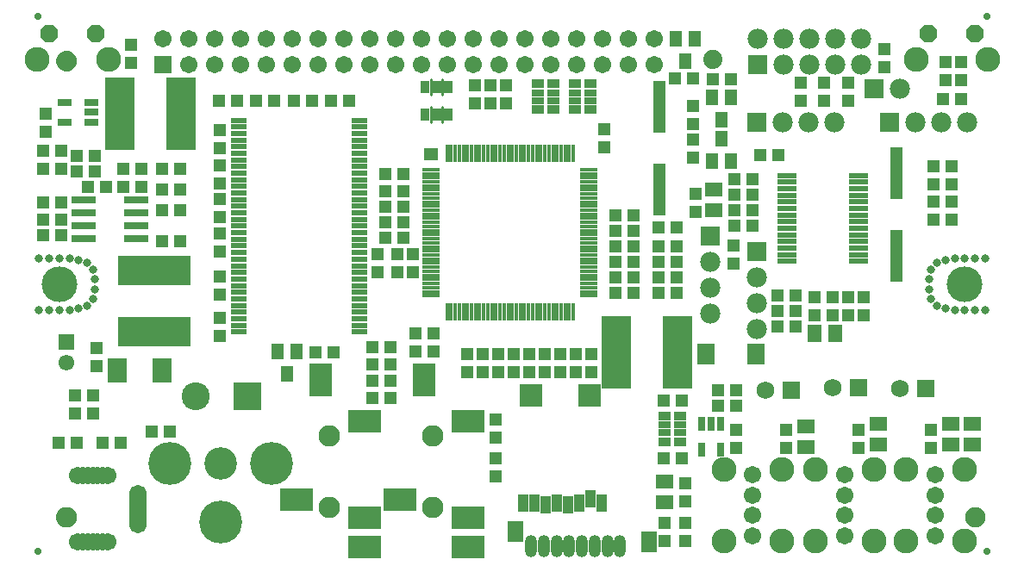
<source format=gbr>
G75*
G70*
%OFA0B0*%
%FSLAX24Y24*%
%IPPOS*%
%LPD*%
%AMOC8*
5,1,8,0,0,1.08239X$1,22.5*
%
%ADD10R,0.0159X0.0671*%
%ADD11R,0.0671X0.0159*%
%ADD12C,0.0671*%
%ADD13C,0.0740*%
%ADD14R,0.0480X0.0480*%
%ADD15R,0.0474X0.2049*%
%ADD16R,0.0474X0.0631*%
%ADD17R,0.0395X0.0671*%
%ADD18R,0.0867X0.0867*%
%ADD19R,0.0631X0.0828*%
%ADD20R,0.0680X0.0580*%
%ADD21R,0.0780X0.0780*%
%ADD22C,0.0780*%
%ADD23C,0.0474*%
%ADD24C,0.0500*%
%ADD25R,0.0611X0.0611*%
%ADD26C,0.0611*%
%ADD27R,0.0631X0.0237*%
%ADD28R,0.0380X0.0480*%
%ADD29C,0.0100*%
%ADD30C,0.1661*%
%ADD31C,0.1261*%
%ADD32R,0.0480X0.0380*%
%ADD33R,0.0480X0.0280*%
%ADD34R,0.0671X0.0671*%
%ADD35R,0.0946X0.0316*%
%ADD36R,0.0552X0.0297*%
%ADD37R,0.2836X0.1182*%
%ADD38R,0.1182X0.2836*%
%ADD39C,0.1080*%
%ADD40R,0.1080X0.1080*%
%ADD41R,0.0651X0.0789*%
%ADD42R,0.1261X0.0867*%
%ADD43R,0.0867X0.1261*%
%ADD44C,0.0828*%
%ADD45OC8,0.0680*%
%ADD46C,0.0965*%
%ADD47O,0.0470X0.0860*%
%ADD48C,0.1379*%
%ADD49C,0.0316*%
%ADD50C,0.0277*%
%ADD51R,0.0580X0.0480*%
%ADD52R,0.0680X0.0680*%
%ADD53C,0.0680*%
%ADD54R,0.0297X0.0552*%
%ADD55R,0.0769X0.0218*%
%ADD56R,0.0580X0.0680*%
%ADD57C,0.0966*%
%ADD58R,0.0780X0.0980*%
D10*
X018847Y013849D03*
X019004Y013849D03*
X019162Y013849D03*
X019319Y013849D03*
X019477Y013849D03*
X019634Y013849D03*
X019791Y013849D03*
X019949Y013849D03*
X020106Y013849D03*
X020264Y013849D03*
X020421Y013849D03*
X020579Y013849D03*
X020736Y013849D03*
X020894Y013849D03*
X021051Y013849D03*
X021209Y013849D03*
X021366Y013849D03*
X021524Y013849D03*
X021681Y013849D03*
X021839Y013849D03*
X021996Y013849D03*
X022154Y013849D03*
X022311Y013849D03*
X022469Y013849D03*
X022626Y013849D03*
X022784Y013849D03*
X022941Y013849D03*
X023099Y013849D03*
X023256Y013849D03*
X023414Y013849D03*
X023571Y013849D03*
X023729Y013849D03*
X023729Y019952D03*
X023571Y019952D03*
X023414Y019952D03*
X023256Y019952D03*
X023099Y019952D03*
X022941Y019952D03*
X022784Y019952D03*
X022626Y019952D03*
X022469Y019952D03*
X022311Y019952D03*
X022154Y019952D03*
X021996Y019952D03*
X021839Y019952D03*
X021681Y019952D03*
X021524Y019952D03*
X021366Y019952D03*
X021209Y019952D03*
X021051Y019952D03*
X020894Y019952D03*
X020736Y019952D03*
X020579Y019952D03*
X020421Y019952D03*
X020264Y019952D03*
X020106Y019952D03*
X019949Y019952D03*
X019791Y019952D03*
X019634Y019952D03*
X019477Y019952D03*
X019319Y019952D03*
X019162Y019952D03*
X019004Y019952D03*
X018847Y019952D03*
D11*
X018236Y019341D03*
X018236Y019184D03*
X018236Y019026D03*
X018236Y018869D03*
X018236Y018711D03*
X018236Y018554D03*
X018236Y018397D03*
X018236Y018239D03*
X018236Y018082D03*
X018236Y017924D03*
X018236Y017767D03*
X018236Y017609D03*
X018236Y017452D03*
X018236Y017294D03*
X018236Y017137D03*
X018236Y016979D03*
X018236Y016822D03*
X018236Y016664D03*
X018236Y016507D03*
X018236Y016349D03*
X018236Y016192D03*
X018236Y016034D03*
X018236Y015877D03*
X018236Y015719D03*
X018236Y015562D03*
X018236Y015404D03*
X018236Y015247D03*
X018236Y015089D03*
X018236Y014932D03*
X018236Y014774D03*
X018236Y014617D03*
X018236Y014460D03*
X024339Y014460D03*
X024339Y014617D03*
X024339Y014774D03*
X024339Y014932D03*
X024339Y015089D03*
X024339Y015247D03*
X024339Y015404D03*
X024339Y015562D03*
X024339Y015719D03*
X024339Y015877D03*
X024339Y016034D03*
X024339Y016192D03*
X024339Y016349D03*
X024339Y016507D03*
X024339Y016664D03*
X024339Y016822D03*
X024339Y016979D03*
X024339Y017137D03*
X024339Y017294D03*
X024339Y017452D03*
X024339Y017609D03*
X024339Y017767D03*
X024339Y017924D03*
X024339Y018082D03*
X024339Y018239D03*
X024339Y018397D03*
X024339Y018554D03*
X024339Y018711D03*
X024339Y018869D03*
X024339Y019026D03*
X024339Y019184D03*
X024339Y019341D03*
D12*
X023862Y023402D03*
X024862Y023402D03*
X025862Y023402D03*
X026862Y023402D03*
X026862Y024402D03*
X025862Y024402D03*
X024862Y024402D03*
X023862Y024402D03*
X022862Y024402D03*
X021862Y024402D03*
X020862Y024402D03*
X020862Y023402D03*
X021862Y023402D03*
X022862Y023402D03*
X019862Y023402D03*
X018862Y023402D03*
X017862Y023402D03*
X016862Y023402D03*
X015862Y023402D03*
X014862Y023402D03*
X013862Y023402D03*
X012862Y023402D03*
X011862Y023402D03*
X010862Y023402D03*
X009862Y023402D03*
X008862Y023402D03*
X008862Y024402D03*
X007862Y024402D03*
X009862Y024402D03*
X010862Y024402D03*
X011862Y024402D03*
X012862Y024402D03*
X013862Y024402D03*
X014862Y024402D03*
X015862Y024402D03*
X016862Y024402D03*
X017862Y024402D03*
X018862Y024402D03*
X019862Y024402D03*
X030671Y007534D03*
X030671Y006747D03*
X030671Y005960D03*
X030671Y005172D03*
X034221Y005172D03*
X034221Y005960D03*
X034221Y006747D03*
X034221Y007534D03*
X037721Y007534D03*
X037721Y006747D03*
X037721Y005960D03*
X037721Y005172D03*
X006894Y005613D03*
X006894Y005810D03*
X006894Y006006D03*
X006894Y006203D03*
X006894Y006400D03*
X006894Y006597D03*
X006894Y006794D03*
X005733Y007502D03*
X005536Y007502D03*
X005339Y007502D03*
X005142Y007502D03*
X004945Y007502D03*
X004749Y007502D03*
X004552Y007502D03*
X004552Y004943D03*
X004749Y004943D03*
X004945Y004943D03*
X005142Y004943D03*
X005339Y004943D03*
X005536Y004943D03*
X005733Y004943D03*
D13*
X029112Y023602D03*
D14*
X029112Y022842D03*
X029812Y022842D03*
X028362Y022852D03*
X027662Y022852D03*
X028362Y021802D03*
X028362Y021102D03*
X028362Y020502D03*
X028362Y019802D03*
X028462Y018402D03*
X028462Y017702D03*
X027712Y017102D03*
X027012Y017102D03*
X027012Y016352D03*
X027012Y015752D03*
X027012Y015152D03*
X027012Y014552D03*
X027712Y014552D03*
X027712Y015152D03*
X027712Y015752D03*
X027712Y016352D03*
X026062Y016352D03*
X026062Y015752D03*
X026062Y015152D03*
X026062Y014552D03*
X025362Y014552D03*
X025362Y015152D03*
X025362Y015752D03*
X025362Y016352D03*
X025362Y016952D03*
X025362Y017552D03*
X026062Y017552D03*
X026062Y016952D03*
X029912Y016402D03*
X029912Y015702D03*
X029962Y017152D03*
X029962Y017752D03*
X029962Y018352D03*
X029962Y018952D03*
X030662Y018952D03*
X030662Y018352D03*
X030662Y017752D03*
X030662Y017152D03*
X030962Y019902D03*
X031662Y019902D03*
X032512Y022002D03*
X032512Y022702D03*
X033412Y022702D03*
X033412Y022002D03*
X034362Y022002D03*
X034362Y022702D03*
X035762Y023302D03*
X035762Y024002D03*
X038112Y023502D03*
X038712Y023502D03*
X038712Y022802D03*
X038112Y022802D03*
X038012Y022052D03*
X038712Y022052D03*
X038362Y019452D03*
X038362Y018752D03*
X038362Y018102D03*
X037662Y018102D03*
X037662Y018752D03*
X037662Y019452D03*
X037662Y017402D03*
X038362Y017402D03*
X034962Y014402D03*
X034362Y014402D03*
X033762Y014402D03*
X033762Y013702D03*
X034362Y013702D03*
X034962Y013702D03*
X033062Y013702D03*
X032312Y013852D03*
X032312Y013252D03*
X031612Y013252D03*
X031612Y013852D03*
X031612Y014452D03*
X032312Y014452D03*
X033062Y014402D03*
X030012Y010802D03*
X029312Y010802D03*
X029312Y010202D03*
X030012Y010202D03*
X030012Y009252D03*
X030012Y008552D03*
X028062Y007202D03*
X028062Y006502D03*
X028062Y005652D03*
X027262Y005652D03*
X027262Y004952D03*
X028062Y004952D03*
X027912Y008152D03*
X027212Y008152D03*
X027212Y010402D03*
X027912Y010402D03*
X024412Y011502D03*
X023812Y011502D03*
X023212Y011502D03*
X022612Y011502D03*
X022012Y011502D03*
X021412Y011502D03*
X020812Y011502D03*
X020212Y011502D03*
X019612Y011502D03*
X019612Y012202D03*
X020212Y012202D03*
X020812Y012202D03*
X021412Y012202D03*
X022012Y012202D03*
X022612Y012202D03*
X023212Y012202D03*
X023812Y012202D03*
X024412Y012202D03*
X020712Y009652D03*
X020712Y008952D03*
X020712Y008152D03*
X020712Y007452D03*
X016642Y010502D03*
X016642Y011152D03*
X016642Y011802D03*
X015942Y011802D03*
X015942Y011152D03*
X015942Y010502D03*
X014462Y012252D03*
X013762Y012252D03*
X015942Y012452D03*
X016642Y012452D03*
X017612Y012302D03*
X018312Y012302D03*
X018312Y013002D03*
X017612Y013002D03*
X017512Y015352D03*
X016912Y015352D03*
X016162Y015352D03*
X016162Y016052D03*
X016912Y016052D03*
X017512Y016052D03*
X017162Y016702D03*
X017162Y017302D03*
X017162Y017902D03*
X017162Y018502D03*
X017162Y019152D03*
X016462Y019152D03*
X016462Y018502D03*
X016462Y017902D03*
X016462Y017302D03*
X016462Y016702D03*
X010062Y016852D03*
X010062Y016152D03*
X010062Y015202D03*
X010062Y014502D03*
X010062Y013592D03*
X010062Y012892D03*
X005302Y012432D03*
X005302Y011732D03*
X005162Y010602D03*
X005162Y009902D03*
X004462Y009902D03*
X004462Y010602D03*
X004512Y008752D03*
X003812Y008752D03*
X005512Y008752D03*
X006212Y008752D03*
X007412Y009202D03*
X008112Y009202D03*
X007812Y016552D03*
X008512Y016552D03*
X010062Y017502D03*
X010062Y018202D03*
X010062Y018802D03*
X010062Y019502D03*
X010062Y020152D03*
X010062Y020852D03*
X010012Y022002D03*
X010712Y022002D03*
X011462Y022002D03*
X012162Y022002D03*
X012912Y022002D03*
X013612Y022002D03*
X014362Y022002D03*
X015062Y022002D03*
X019912Y021902D03*
X020512Y021902D03*
X021112Y021902D03*
X021112Y022602D03*
X020512Y022602D03*
X019912Y022602D03*
X024922Y020892D03*
X024922Y020192D03*
X031962Y009252D03*
X031962Y008552D03*
X034762Y008552D03*
X034762Y009252D03*
X037562Y009252D03*
X037562Y008552D03*
X008512Y017752D03*
X007812Y017752D03*
X007812Y018552D03*
X008512Y018552D03*
X008512Y019352D03*
X007812Y019352D03*
X007012Y019352D03*
X007012Y018652D03*
X006312Y018652D03*
X005662Y018652D03*
X004962Y018652D03*
X005212Y019252D03*
X005212Y019852D03*
X004512Y019852D03*
X003912Y020052D03*
X003912Y019352D03*
X004512Y019252D03*
X003212Y019352D03*
X003212Y020052D03*
X003312Y020802D03*
X003312Y021502D03*
X006312Y019352D03*
X003912Y018052D03*
X003212Y018052D03*
X003212Y017402D03*
X003212Y016802D03*
X003912Y016802D03*
X003912Y017402D03*
X006612Y023452D03*
X006612Y024152D03*
D15*
X027062Y021752D03*
X027062Y018552D03*
X036212Y019202D03*
X036212Y016002D03*
D16*
X029836Y019679D03*
X029088Y019679D03*
X029462Y020546D03*
X029462Y021269D03*
X029088Y022136D03*
X029836Y022136D03*
X028062Y023519D03*
X027688Y024386D03*
X028436Y024386D03*
X013036Y012286D03*
X012288Y012286D03*
X012662Y011419D03*
D17*
X021791Y006440D03*
X022224Y006440D03*
X022657Y006361D03*
X023090Y006440D03*
X023523Y006361D03*
X023956Y006440D03*
X024389Y006597D03*
X024822Y006440D03*
D18*
X024350Y010613D03*
X022106Y010613D03*
D19*
X021476Y005318D03*
X026653Y004924D03*
D20*
X027262Y006452D03*
X027262Y007252D03*
X032712Y008602D03*
X032712Y009402D03*
X035512Y009502D03*
X035512Y008702D03*
X038312Y008702D03*
X039162Y008702D03*
X039162Y009502D03*
X038312Y009502D03*
X029162Y017752D03*
X029162Y018552D03*
D21*
X029012Y016752D03*
X030812Y016152D03*
X030812Y021152D03*
X030862Y023402D03*
X035362Y022452D03*
X035962Y021152D03*
D22*
X036962Y021152D03*
X037962Y021152D03*
X038962Y021152D03*
X036362Y022452D03*
X034862Y023402D03*
X033862Y023402D03*
X032862Y023402D03*
X031862Y023402D03*
X031862Y024402D03*
X032862Y024402D03*
X033862Y024402D03*
X034862Y024402D03*
X030862Y024402D03*
X031812Y021152D03*
X032812Y021152D03*
X033812Y021152D03*
X029012Y015752D03*
X029012Y014752D03*
X029012Y013752D03*
X030812Y014152D03*
X030812Y013152D03*
X030812Y015152D03*
D23*
X039262Y005902D03*
X004112Y005902D03*
X004112Y023552D03*
D24*
X003970Y023552D02*
X003972Y023576D01*
X003978Y023599D01*
X003988Y023621D01*
X004002Y023641D01*
X004018Y023659D01*
X004038Y023673D01*
X004059Y023684D01*
X004082Y023691D01*
X004106Y023694D01*
X004130Y023693D01*
X004154Y023688D01*
X004176Y023679D01*
X004196Y023666D01*
X004215Y023650D01*
X004230Y023632D01*
X004241Y023610D01*
X004249Y023588D01*
X004253Y023564D01*
X004253Y023540D01*
X004249Y023516D01*
X004241Y023494D01*
X004230Y023472D01*
X004215Y023454D01*
X004196Y023438D01*
X004176Y023425D01*
X004154Y023416D01*
X004130Y023411D01*
X004106Y023410D01*
X004082Y023413D01*
X004059Y023420D01*
X004038Y023431D01*
X004018Y023445D01*
X004002Y023463D01*
X003988Y023483D01*
X003978Y023505D01*
X003972Y023528D01*
X003970Y023552D01*
X003970Y005902D02*
X003972Y005926D01*
X003978Y005949D01*
X003988Y005971D01*
X004002Y005991D01*
X004018Y006009D01*
X004038Y006023D01*
X004059Y006034D01*
X004082Y006041D01*
X004106Y006044D01*
X004130Y006043D01*
X004154Y006038D01*
X004176Y006029D01*
X004196Y006016D01*
X004215Y006000D01*
X004230Y005982D01*
X004241Y005960D01*
X004249Y005938D01*
X004253Y005914D01*
X004253Y005890D01*
X004249Y005866D01*
X004241Y005844D01*
X004230Y005822D01*
X004215Y005804D01*
X004196Y005788D01*
X004176Y005775D01*
X004154Y005766D01*
X004130Y005761D01*
X004106Y005760D01*
X004082Y005763D01*
X004059Y005770D01*
X004038Y005781D01*
X004018Y005795D01*
X004002Y005813D01*
X003988Y005833D01*
X003978Y005855D01*
X003972Y005878D01*
X003970Y005902D01*
X039120Y005902D02*
X039122Y005926D01*
X039128Y005949D01*
X039138Y005971D01*
X039152Y005991D01*
X039168Y006009D01*
X039188Y006023D01*
X039209Y006034D01*
X039232Y006041D01*
X039256Y006044D01*
X039280Y006043D01*
X039304Y006038D01*
X039326Y006029D01*
X039346Y006016D01*
X039365Y006000D01*
X039380Y005982D01*
X039391Y005960D01*
X039399Y005938D01*
X039403Y005914D01*
X039403Y005890D01*
X039399Y005866D01*
X039391Y005844D01*
X039380Y005822D01*
X039365Y005804D01*
X039346Y005788D01*
X039326Y005775D01*
X039304Y005766D01*
X039280Y005761D01*
X039256Y005760D01*
X039232Y005763D01*
X039209Y005770D01*
X039188Y005781D01*
X039168Y005795D01*
X039152Y005813D01*
X039138Y005833D01*
X039128Y005855D01*
X039122Y005878D01*
X039120Y005902D01*
D25*
X004112Y012666D03*
D26*
X004112Y011879D03*
D27*
X010780Y013058D03*
X010780Y013314D03*
X010780Y013570D03*
X010780Y013826D03*
X010780Y014082D03*
X010780Y014337D03*
X010780Y014593D03*
X010780Y014849D03*
X010780Y015105D03*
X010780Y015361D03*
X010780Y015617D03*
X010780Y015873D03*
X010780Y016129D03*
X010780Y016385D03*
X010780Y016641D03*
X010780Y016897D03*
X010780Y017152D03*
X010780Y017408D03*
X010780Y017664D03*
X010780Y017920D03*
X010780Y018176D03*
X010780Y018432D03*
X010780Y018688D03*
X010780Y018944D03*
X010780Y019200D03*
X010780Y019456D03*
X010780Y019711D03*
X010780Y019967D03*
X010780Y020223D03*
X010780Y020479D03*
X010780Y020735D03*
X010780Y020991D03*
X010780Y021247D03*
X015445Y021247D03*
X015445Y020991D03*
X015445Y020735D03*
X015445Y020479D03*
X015445Y020223D03*
X015445Y019967D03*
X015445Y019711D03*
X015445Y019456D03*
X015445Y019200D03*
X015445Y018944D03*
X015445Y018688D03*
X015445Y018432D03*
X015445Y018176D03*
X015445Y017920D03*
X015445Y017664D03*
X015445Y017408D03*
X015445Y017152D03*
X015445Y016897D03*
X015445Y016641D03*
X015445Y016385D03*
X015445Y016129D03*
X015445Y015873D03*
X015445Y015617D03*
X015445Y015361D03*
X015445Y015105D03*
X015445Y014849D03*
X015445Y014593D03*
X015445Y014337D03*
X015445Y014082D03*
X015445Y013826D03*
X015445Y013570D03*
X015445Y013314D03*
X015445Y013058D03*
D28*
X017992Y021452D03*
X018442Y021452D03*
X018892Y021452D03*
X018892Y022542D03*
X018442Y022542D03*
X017992Y022542D03*
D29*
X018217Y022242D02*
X018217Y022842D01*
X018667Y022842D02*
X018667Y022242D01*
X018667Y021752D02*
X018667Y021152D01*
X018217Y021152D02*
X018217Y021752D01*
D30*
X012065Y007968D03*
X010096Y005704D03*
X008128Y007968D03*
D31*
X010096Y007968D03*
D32*
X027262Y008802D03*
X027862Y008802D03*
X027862Y009802D03*
X027262Y009802D03*
X024392Y021652D03*
X023792Y021652D03*
X022942Y021652D03*
X022342Y021652D03*
X022342Y022652D03*
X022942Y022652D03*
X023792Y022652D03*
X024392Y022652D03*
D33*
X024392Y022302D03*
X024392Y022002D03*
X023792Y022002D03*
X023792Y022302D03*
X022942Y022302D03*
X022942Y022002D03*
X022342Y022002D03*
X022342Y022302D03*
X027262Y009452D03*
X027262Y009152D03*
X027862Y009152D03*
X027862Y009452D03*
D34*
X007862Y023402D03*
D35*
X006836Y018152D03*
X006836Y017652D03*
X006836Y017152D03*
X006836Y016652D03*
X004789Y016652D03*
X004789Y017152D03*
X004789Y017652D03*
X004789Y018152D03*
D36*
X005074Y021178D03*
X005074Y021552D03*
X005074Y021926D03*
X004051Y021926D03*
X004051Y021178D03*
D37*
X007512Y015434D03*
X007512Y013071D03*
D38*
X008563Y021502D03*
X006201Y021502D03*
X025391Y012272D03*
X027753Y012272D03*
D39*
X009112Y010552D03*
D40*
X011112Y010552D03*
D41*
X028850Y012202D03*
X030775Y012202D03*
D42*
X019659Y009611D03*
X015659Y009611D03*
X017021Y006580D03*
X015659Y005871D03*
X015659Y004729D03*
X013021Y006580D03*
X019659Y005871D03*
X019659Y004729D03*
D43*
X017966Y011186D03*
X013966Y011186D03*
D44*
X014281Y009021D03*
X014281Y006265D03*
X018281Y006265D03*
X018281Y009021D03*
D45*
X005252Y024592D03*
X003472Y024592D03*
X037472Y024592D03*
X039252Y024592D03*
D46*
X039742Y023612D03*
X036982Y023612D03*
X005742Y023612D03*
X002982Y023612D03*
D47*
X022090Y004752D03*
X022582Y004752D03*
X023074Y004752D03*
X023566Y004752D03*
X024058Y004752D03*
X024551Y004752D03*
X025043Y004752D03*
X025535Y004752D03*
D48*
X038862Y014902D03*
X003862Y014902D03*
D49*
X003847Y015885D03*
X004240Y015885D03*
X004595Y015845D03*
X004910Y015727D03*
X005146Y015452D03*
X005225Y015097D03*
X005225Y014704D03*
X005146Y014349D03*
X004910Y014074D03*
X004595Y013956D03*
X004240Y013916D03*
X003847Y013916D03*
X003453Y013916D03*
X003059Y013916D03*
X003059Y015885D03*
X003453Y015885D03*
X037488Y015097D03*
X037567Y015452D03*
X037803Y015727D03*
X038118Y015845D03*
X038473Y015885D03*
X038866Y015885D03*
X039260Y015885D03*
X039654Y015885D03*
X037488Y014704D03*
X037567Y014349D03*
X037803Y014074D03*
X038118Y013956D03*
X038473Y013916D03*
X038866Y013916D03*
X039260Y013916D03*
X039654Y013916D03*
D50*
X003012Y004552D03*
X003012Y025252D03*
X039712Y025252D03*
X039712Y004552D03*
D51*
X018222Y019922D03*
D52*
X032162Y010802D03*
X034762Y010902D03*
X037362Y010852D03*
D53*
X036362Y010852D03*
X033762Y010902D03*
X031162Y010802D03*
D54*
X029436Y009514D03*
X029062Y009514D03*
X028688Y009514D03*
X028688Y008491D03*
X029436Y008491D03*
D55*
X031975Y015789D03*
X031975Y016045D03*
X031975Y016301D03*
X031975Y016557D03*
X031975Y016813D03*
X031975Y017069D03*
X031975Y017324D03*
X031975Y017580D03*
X031975Y017836D03*
X031975Y018092D03*
X031975Y018348D03*
X031975Y018604D03*
X031975Y018860D03*
X031975Y019116D03*
X034750Y019116D03*
X034750Y018860D03*
X034750Y018604D03*
X034750Y018348D03*
X034750Y018092D03*
X034750Y017836D03*
X034750Y017580D03*
X034750Y017324D03*
X034750Y017069D03*
X034750Y016813D03*
X034750Y016557D03*
X034750Y016301D03*
X034750Y016045D03*
X034750Y015789D03*
D56*
X033862Y013002D03*
X033062Y013002D03*
D57*
X033099Y007731D03*
X031793Y007731D03*
X029549Y007731D03*
X029549Y004975D03*
X031793Y004975D03*
X033099Y004975D03*
X035343Y004975D03*
X036599Y004975D03*
X038843Y004975D03*
X038843Y007731D03*
X036599Y007731D03*
X035343Y007731D03*
D58*
X007819Y011552D03*
X006105Y011552D03*
M02*

</source>
